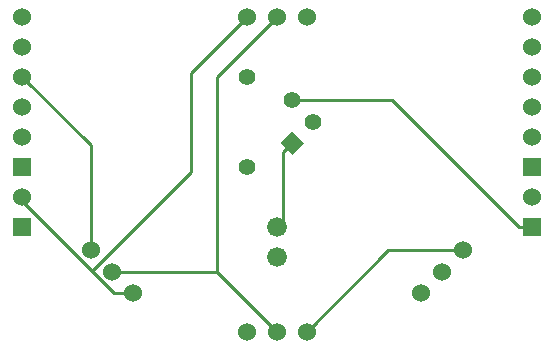
<source format=gbl>
G04 (created by PCBNEW (2011-nov-30)-testing) date Wed 12 Sep 2012 12:51:24 AM CST*
%MOIN*%
G04 Gerber Fmt 3.4, Leading zero omitted, Abs format*
%FSLAX34Y34*%
G01*
G70*
G90*
G04 APERTURE LIST*
%ADD10C,0.006*%
%ADD11C,0.06*%
%ADD12C,0.055*%
%ADD13R,0.06X0.06*%
%ADD14C,0.066*%
%ADD15C,0.01*%
G04 APERTURE END LIST*
G54D10*
G54D11*
X27500Y-28000D03*
X28500Y-28000D03*
X29500Y-28000D03*
X29500Y-17500D03*
X28500Y-17500D03*
X27500Y-17500D03*
X22293Y-25293D03*
X23000Y-26000D03*
X23707Y-26707D03*
X33293Y-26707D03*
X34000Y-26000D03*
X34707Y-25293D03*
G54D10*
G36*
X29000Y-21318D02*
X29389Y-21707D01*
X29000Y-22096D01*
X28611Y-21707D01*
X29000Y-21318D01*
X29000Y-21318D01*
G37*
G54D12*
X29707Y-21000D03*
X29000Y-20293D03*
X27500Y-22500D03*
X27500Y-19500D03*
G54D13*
X20000Y-24500D03*
G54D11*
X20000Y-23500D03*
G54D13*
X37000Y-24500D03*
G54D11*
X37000Y-23500D03*
G54D13*
X20000Y-22500D03*
G54D11*
X20000Y-21500D03*
X20000Y-20500D03*
X20000Y-19500D03*
X20000Y-18500D03*
X20000Y-17500D03*
G54D13*
X37000Y-22500D03*
G54D11*
X37000Y-21500D03*
X37000Y-20500D03*
X37000Y-19500D03*
X37000Y-18500D03*
X37000Y-17500D03*
G54D14*
X28500Y-25500D03*
X28500Y-24500D03*
G54D15*
X32340Y-20293D02*
X29000Y-20293D01*
X36547Y-24500D02*
X32340Y-20293D01*
X37000Y-24500D02*
X36547Y-24500D01*
X28698Y-22010D02*
X28698Y-22009D01*
X28698Y-24302D02*
X28698Y-22010D01*
X28500Y-24500D02*
X28698Y-24302D01*
X29000Y-21707D02*
X28698Y-22009D01*
X32207Y-25293D02*
X29500Y-28000D01*
X34707Y-25293D02*
X32207Y-25293D01*
X20000Y-23640D02*
X22327Y-25967D01*
X20000Y-23500D02*
X20000Y-23640D01*
X23067Y-26707D02*
X23707Y-26707D01*
X22327Y-25967D02*
X23067Y-26707D01*
X25610Y-19390D02*
X27500Y-17500D01*
X25610Y-22684D02*
X25610Y-19390D01*
X22327Y-25967D02*
X25610Y-22684D01*
X22293Y-21793D02*
X22293Y-25293D01*
X20000Y-19500D02*
X22293Y-21793D01*
X26500Y-19500D02*
X26500Y-26000D01*
X28500Y-17500D02*
X26500Y-19500D01*
X23000Y-26000D02*
X26500Y-26000D01*
X26500Y-26000D02*
X28500Y-28000D01*
M02*

</source>
